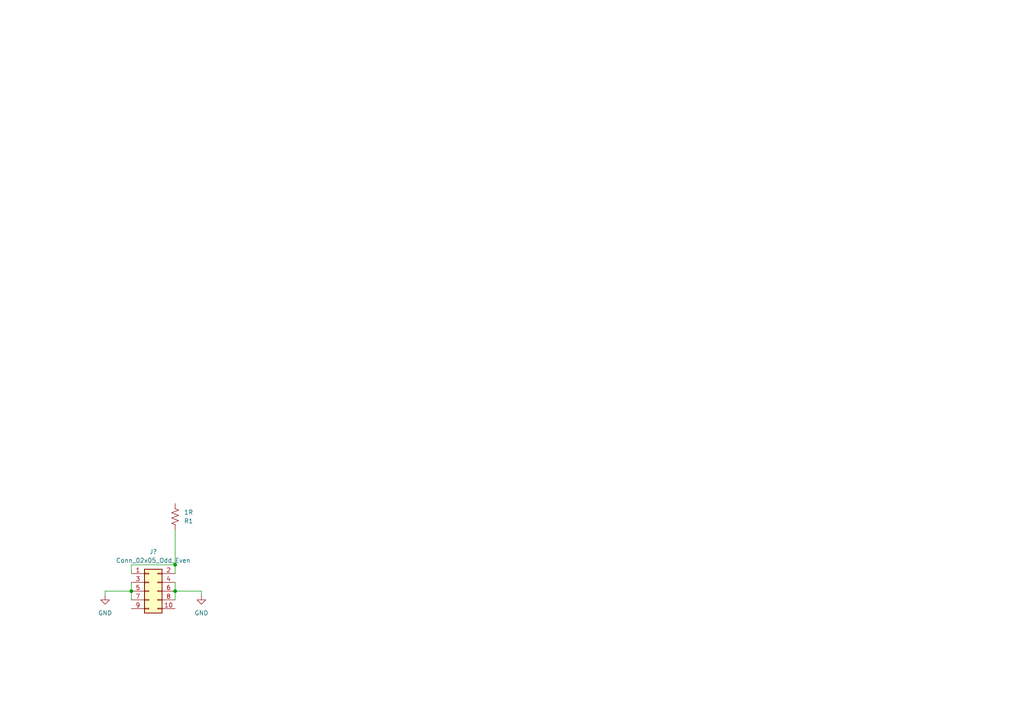
<source format=kicad_sch>
(kicad_sch (version 20211123) (generator eeschema)
  (paper "A4")
  (lib_symbols
    (symbol "Connector_Generic:Conn_02x05_Odd_Even" (pin_names (offset 1.016) hide)
      (property "Reference" "J" (at 1.27 7.62 0))
      (property "Value" "Conn_02x05_Odd_Even" (at 1.27 -7.62 0))
      (symbol "Conn_02x05_Odd_Even_1_1"
        (rectangle (start -1.27 -4.953) (end 0 -5.207) (stroke (width 0.1524)))
        (rectangle (start -1.27 -2.413) (end 0 -2.667) (stroke (width 0.1524)))
        (rectangle (start -1.27 0.127) (end 0 -0.127) (stroke (width 0.1524)))
        (rectangle (start -1.27 2.667) (end 0 2.413) (stroke (width 0.1524)))
        (rectangle (start -1.27 5.207) (end 0 4.953) (stroke (width 0.1524)))
        (rectangle (start -1.27 6.35) (end 3.81 -6.35) (stroke (width 0.254)) (fill (type background)))
        (rectangle (start 3.81 -4.953) (end 2.54 -5.207) (stroke (width 0.1524)))
        (rectangle (start 3.81 -2.413) (end 2.54 -2.667) (stroke (width 0.1524)))
        (rectangle (start 3.81 0.127) (end 2.54 -0.127) (stroke (width 0.1524)))
        (rectangle (start 3.81 2.667) (end 2.54 2.413) (stroke (width 0.1524)))
        (rectangle (start 3.81 5.207) (end 2.54 4.953) (stroke (width 0.1524)))
        (pin passive line (at -5.08 5.08 0) (length 3.81) (name "Pin_1") (number "1"))
        (pin passive line (at 7.62 -5.08 180) (length 3.81) (name "Pin_10") (number "10"))
        (pin passive line (at 7.62 5.08 180) (length 3.81) (name "Pin_2") (number "2"))
        (pin passive line (at -5.08 2.54 0) (length 3.81) (name "Pin_3") (number "3"))
        (pin passive line (at 7.62 2.54 180) (length 3.81) (name "Pin_4") (number "4"))
        (pin passive line (at -5.08 0 0) (length 3.81) (name "Pin_5") (number "5"))
        (pin passive line (at 7.62 0 180) (length 3.81) (name "Pin_6") (number "6"))
        (pin passive line (at -5.08 -2.54 0) (length 3.81) (name "Pin_7") (number "7"))
        (pin passive line (at 7.62 -2.54 180) (length 3.81) (name "Pin_8") (number "8"))
        (pin passive line (at -5.08 -5.08 0) (length 3.81) (name "Pin_9") (number "9"))
      )
    )
    (symbol "Device:R_US" (pin_numbers hide) (pin_names (offset 0))
      (property "Reference" "R" (at 2.54 0 90))
      (property "Value" "R_US" (at -2.54 0 90))
      (symbol "R_US_0_1"
        (polyline (pts (xy 0 -2.286) (xy 0 -2.54)))
        (polyline (pts (xy 0 2.286) (xy 0 2.54)))
        (polyline (pts (xy 0 -0.762) (xy 1.016 -1.143) (xy 0 -1.524) (xy -1.016 -1.905) (xy 0 -2.286)))
        (polyline (pts (xy 0 0.762) (xy 1.016 0.381) (xy 0 0) (xy -1.016 -0.381) (xy 0 -0.762)))
        (polyline (pts (xy 0 2.286) (xy 1.016 1.905) (xy 0 1.524) (xy -1.016 1.143) (xy 0 0.762)))
      )
      (symbol "R_US_1_1"
        (pin passive line (at 0 3.81 270) (length 1.27) (name "~") (number "1"))
        (pin passive line (at 0 -3.81 90) (length 1.27) (name "~") (number "2"))
      )
    )
    (symbol "power:GND" (power) (pin_names (offset 0))
      (property "Value" "GND" (at 0 -3.81 0))
      (symbol "GND_0_1"
        (polyline (pts (xy 0 0) (xy 0 -1.27) (xy 1.27 -1.27) (xy 0 -2.54) (xy -1.27 -1.27) (xy 0 -1.27)))
      )
      (symbol "GND_1_1"
        (pin power_in line (at 0 0 270) (length 0) hide (name "GND") (number "1"))
      )
    )
  )
  (junction (at 50.8 163.83))
  (junction (at 50.8 171.45))
  (junction (at 38.1 171.45))
  (wire (pts (xy 50.8 171.45) (xy 50.8 173.99)))
  (wire (pts (xy 38.1 171.45) (xy 38.1 173.99)))
  (wire (pts (xy 50.8 171.45) (xy 58.42 171.45)))
  (wire (pts (xy 50.8 163.83) (xy 50.8 166.37)))
  (wire (pts (xy 50.8 168.91) (xy 50.8 171.45)))
  (wire (pts (xy 50.8 153.67) (xy 50.8 163.83)))
  (wire (pts (xy 58.42 171.45) (xy 58.42 172.72)))
  (wire (pts (xy 38.1 171.45) (xy 30.48 171.45)))
  (wire (pts (xy 38.1 168.91) (xy 38.1 171.45)))
  (wire (pts (xy 38.1 166.37) (xy 38.1 163.83)))
  (wire (pts (xy 38.1 163.83) (xy 50.8 163.83)))
  (wire (pts (xy 30.48 171.45) (xy 30.48 172.72)))
  (symbol (lib_id "power:GND") (at 58.42 172.72 0) (unit 1)
    (property "Reference" "#PWR?" (effects hide))
    (property "Value" "GND" (at 58.42 177.8 0))
  )
  (symbol (lib_id "power:GND") (at 30.48 172.72 0) (unit 1)
    (property "Reference" "#PWR?" (effects hide))
    (property "Value" "GND" (at 30.48 177.8 0))
  )
  (symbol (lib_id "Connector_Generic:Conn_02x05_Odd_Even") (at 43.18 171.45 0) (unit 1)
    (property "Reference" "J?" (at 44.45 160.02 0))
    (property "Value" "Conn_02x05_Odd_Even" (at 44.45 162.56 0))
  )
  (symbol (lib_id "Device:R_US") (at 50.8 149.86 0) (unit 1)
    (property "Reference" "1R" (at 53.34 148.5899 0) (effects (justify left)))
    (property "Value" "R1" (at 53.34 151.1299 0) (effects (justify left)))
  )
)
</source>
